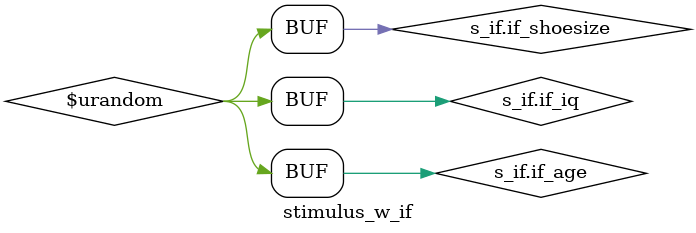
<source format=sv>
module stimulus_w_if( score_items_if s_if );

   initial begin
      repeat (3) begin
         #40;
         s_if.if_age      = $urandom;
         s_if.if_iq       = $urandom;
         s_if.if_shoesize = $urandom;
      end
   end

endmodule

</source>
